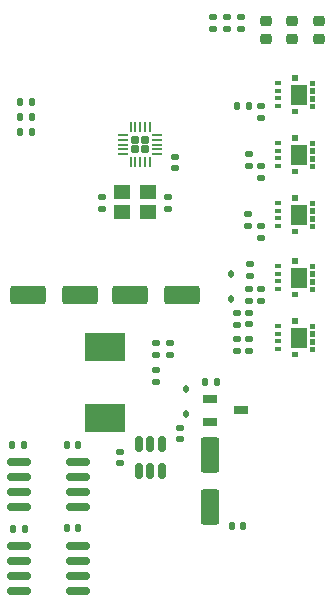
<source format=gbr>
%TF.GenerationSoftware,KiCad,Pcbnew,(7.0.0)*%
%TF.CreationDate,2023-03-11T20:41:09+01:00*%
%TF.ProjectId,StripController,53747269-7043-46f6-9e74-726f6c6c6572,rev?*%
%TF.SameCoordinates,Original*%
%TF.FileFunction,Paste,Top*%
%TF.FilePolarity,Positive*%
%FSLAX46Y46*%
G04 Gerber Fmt 4.6, Leading zero omitted, Abs format (unit mm)*
G04 Created by KiCad (PCBNEW (7.0.0)) date 2023-03-11 20:41:09*
%MOMM*%
%LPD*%
G01*
G04 APERTURE LIST*
G04 Aperture macros list*
%AMRoundRect*
0 Rectangle with rounded corners*
0 $1 Rounding radius*
0 $2 $3 $4 $5 $6 $7 $8 $9 X,Y pos of 4 corners*
0 Add a 4 corners polygon primitive as box body*
4,1,4,$2,$3,$4,$5,$6,$7,$8,$9,$2,$3,0*
0 Add four circle primitives for the rounded corners*
1,1,$1+$1,$2,$3*
1,1,$1+$1,$4,$5*
1,1,$1+$1,$6,$7*
1,1,$1+$1,$8,$9*
0 Add four rect primitives between the rounded corners*
20,1,$1+$1,$2,$3,$4,$5,0*
20,1,$1+$1,$4,$5,$6,$7,0*
20,1,$1+$1,$6,$7,$8,$9,0*
20,1,$1+$1,$8,$9,$2,$3,0*%
G04 Aperture macros list end*
%ADD10C,0.010000*%
%ADD11RoundRect,0.135000X-0.135000X-0.185000X0.135000X-0.185000X0.135000X0.185000X-0.135000X0.185000X0*%
%ADD12RoundRect,0.135000X0.185000X-0.135000X0.185000X0.135000X-0.185000X0.135000X-0.185000X-0.135000X0*%
%ADD13RoundRect,0.150000X0.150000X-0.512500X0.150000X0.512500X-0.150000X0.512500X-0.150000X-0.512500X0*%
%ADD14RoundRect,0.135000X-0.185000X0.135000X-0.185000X-0.135000X0.185000X-0.135000X0.185000X0.135000X0*%
%ADD15RoundRect,0.140000X0.170000X-0.140000X0.170000X0.140000X-0.170000X0.140000X-0.170000X-0.140000X0*%
%ADD16RoundRect,0.135000X0.135000X0.185000X-0.135000X0.185000X-0.135000X-0.185000X0.135000X-0.185000X0*%
%ADD17R,1.220000X0.650000*%
%ADD18R,0.500000X0.350000*%
%ADD19RoundRect,0.112500X0.112500X-0.187500X0.112500X0.187500X-0.112500X0.187500X-0.112500X-0.187500X0*%
%ADD20R,3.500000X2.350000*%
%ADD21RoundRect,0.140000X-0.170000X0.140000X-0.170000X-0.140000X0.170000X-0.140000X0.170000X0.140000X0*%
%ADD22RoundRect,0.218750X-0.256250X0.218750X-0.256250X-0.218750X0.256250X-0.218750X0.256250X0.218750X0*%
%ADD23RoundRect,0.250000X-0.550000X1.250000X-0.550000X-1.250000X0.550000X-1.250000X0.550000X1.250000X0*%
%ADD24RoundRect,0.147500X0.147500X0.172500X-0.147500X0.172500X-0.147500X-0.172500X0.147500X-0.172500X0*%
%ADD25RoundRect,0.150000X-0.825000X-0.150000X0.825000X-0.150000X0.825000X0.150000X-0.825000X0.150000X0*%
%ADD26RoundRect,0.140000X0.140000X0.170000X-0.140000X0.170000X-0.140000X-0.170000X0.140000X-0.170000X0*%
%ADD27RoundRect,0.250000X-1.250000X-0.550000X1.250000X-0.550000X1.250000X0.550000X-1.250000X0.550000X0*%
%ADD28R,1.400000X1.200000*%
%ADD29RoundRect,0.172500X0.172500X-0.172500X0.172500X0.172500X-0.172500X0.172500X-0.172500X-0.172500X0*%
%ADD30RoundRect,0.050000X0.050000X-0.375000X0.050000X0.375000X-0.050000X0.375000X-0.050000X-0.375000X0*%
%ADD31RoundRect,0.050000X0.375000X-0.050000X0.375000X0.050000X-0.375000X0.050000X-0.375000X-0.050000X0*%
%ADD32RoundRect,0.250000X1.250000X0.550000X-1.250000X0.550000X-1.250000X-0.550000X1.250000X-0.550000X0*%
G04 APERTURE END LIST*
%TO.C,Q1*%
G36*
X26893000Y44945000D02*
G01*
X25643000Y44945000D01*
X25643000Y46495000D01*
X26893000Y46495000D01*
X26893000Y44945000D01*
G37*
D10*
X26893000Y44945000D02*
X25643000Y44945000D01*
X25643000Y46495000D01*
X26893000Y46495000D01*
X26893000Y44945000D01*
G36*
X26123000Y46950000D02*
G01*
X25693000Y46950000D01*
X25693000Y47325000D01*
X26123000Y47325000D01*
X26123000Y46950000D01*
G37*
X26123000Y46950000D02*
X25693000Y46950000D01*
X25693000Y47325000D01*
X26123000Y47325000D01*
X26123000Y46950000D01*
G36*
X26123000Y44115000D02*
G01*
X25693000Y44115000D01*
X25693000Y44490000D01*
X26123000Y44490000D01*
X26123000Y44115000D01*
G37*
X26123000Y44115000D02*
X25693000Y44115000D01*
X25693000Y44490000D01*
X26123000Y44490000D01*
X26123000Y44115000D01*
G36*
X27558000Y46495000D02*
G01*
X27263000Y46495000D01*
X27263000Y46895000D01*
X27558000Y46895000D01*
X27558000Y46495000D01*
G37*
X27558000Y46495000D02*
X27263000Y46495000D01*
X27263000Y46895000D01*
X27558000Y46895000D01*
X27558000Y46495000D01*
G36*
X27558000Y45845000D02*
G01*
X27263000Y45845000D01*
X27263000Y46245000D01*
X27558000Y46245000D01*
X27558000Y45845000D01*
G37*
X27558000Y45845000D02*
X27263000Y45845000D01*
X27263000Y46245000D01*
X27558000Y46245000D01*
X27558000Y45845000D01*
G36*
X27558000Y45195000D02*
G01*
X27263000Y45195000D01*
X27263000Y45595000D01*
X27558000Y45595000D01*
X27558000Y45195000D01*
G37*
X27558000Y45195000D02*
X27263000Y45195000D01*
X27263000Y45595000D01*
X27558000Y45595000D01*
X27558000Y45195000D01*
G36*
X27558000Y44545000D02*
G01*
X27263000Y44545000D01*
X27263000Y44945000D01*
X27558000Y44945000D01*
X27558000Y44545000D01*
G37*
X27558000Y44545000D02*
X27263000Y44545000D01*
X27263000Y44945000D01*
X27558000Y44945000D01*
X27558000Y44545000D01*
%TO.C,Q2*%
G36*
X26893000Y29451000D02*
G01*
X25643000Y29451000D01*
X25643000Y31001000D01*
X26893000Y31001000D01*
X26893000Y29451000D01*
G37*
X26893000Y29451000D02*
X25643000Y29451000D01*
X25643000Y31001000D01*
X26893000Y31001000D01*
X26893000Y29451000D01*
G36*
X26123000Y31456000D02*
G01*
X25693000Y31456000D01*
X25693000Y31831000D01*
X26123000Y31831000D01*
X26123000Y31456000D01*
G37*
X26123000Y31456000D02*
X25693000Y31456000D01*
X25693000Y31831000D01*
X26123000Y31831000D01*
X26123000Y31456000D01*
G36*
X26123000Y28621000D02*
G01*
X25693000Y28621000D01*
X25693000Y28996000D01*
X26123000Y28996000D01*
X26123000Y28621000D01*
G37*
X26123000Y28621000D02*
X25693000Y28621000D01*
X25693000Y28996000D01*
X26123000Y28996000D01*
X26123000Y28621000D01*
G36*
X27558000Y31001000D02*
G01*
X27263000Y31001000D01*
X27263000Y31401000D01*
X27558000Y31401000D01*
X27558000Y31001000D01*
G37*
X27558000Y31001000D02*
X27263000Y31001000D01*
X27263000Y31401000D01*
X27558000Y31401000D01*
X27558000Y31001000D01*
G36*
X27558000Y30351000D02*
G01*
X27263000Y30351000D01*
X27263000Y30751000D01*
X27558000Y30751000D01*
X27558000Y30351000D01*
G37*
X27558000Y30351000D02*
X27263000Y30351000D01*
X27263000Y30751000D01*
X27558000Y30751000D01*
X27558000Y30351000D01*
G36*
X27558000Y29701000D02*
G01*
X27263000Y29701000D01*
X27263000Y30101000D01*
X27558000Y30101000D01*
X27558000Y29701000D01*
G37*
X27558000Y29701000D02*
X27263000Y29701000D01*
X27263000Y30101000D01*
X27558000Y30101000D01*
X27558000Y29701000D01*
G36*
X27558000Y29051000D02*
G01*
X27263000Y29051000D01*
X27263000Y29451000D01*
X27558000Y29451000D01*
X27558000Y29051000D01*
G37*
X27558000Y29051000D02*
X27263000Y29051000D01*
X27263000Y29451000D01*
X27558000Y29451000D01*
X27558000Y29051000D01*
%TO.C,Q5*%
G36*
X26893000Y50025000D02*
G01*
X25643000Y50025000D01*
X25643000Y51575000D01*
X26893000Y51575000D01*
X26893000Y50025000D01*
G37*
X26893000Y50025000D02*
X25643000Y50025000D01*
X25643000Y51575000D01*
X26893000Y51575000D01*
X26893000Y50025000D01*
G36*
X26123000Y52030000D02*
G01*
X25693000Y52030000D01*
X25693000Y52405000D01*
X26123000Y52405000D01*
X26123000Y52030000D01*
G37*
X26123000Y52030000D02*
X25693000Y52030000D01*
X25693000Y52405000D01*
X26123000Y52405000D01*
X26123000Y52030000D01*
G36*
X26123000Y49195000D02*
G01*
X25693000Y49195000D01*
X25693000Y49570000D01*
X26123000Y49570000D01*
X26123000Y49195000D01*
G37*
X26123000Y49195000D02*
X25693000Y49195000D01*
X25693000Y49570000D01*
X26123000Y49570000D01*
X26123000Y49195000D01*
G36*
X27558000Y51575000D02*
G01*
X27263000Y51575000D01*
X27263000Y51975000D01*
X27558000Y51975000D01*
X27558000Y51575000D01*
G37*
X27558000Y51575000D02*
X27263000Y51575000D01*
X27263000Y51975000D01*
X27558000Y51975000D01*
X27558000Y51575000D01*
G36*
X27558000Y50925000D02*
G01*
X27263000Y50925000D01*
X27263000Y51325000D01*
X27558000Y51325000D01*
X27558000Y50925000D01*
G37*
X27558000Y50925000D02*
X27263000Y50925000D01*
X27263000Y51325000D01*
X27558000Y51325000D01*
X27558000Y50925000D01*
G36*
X27558000Y50275000D02*
G01*
X27263000Y50275000D01*
X27263000Y50675000D01*
X27558000Y50675000D01*
X27558000Y50275000D01*
G37*
X27558000Y50275000D02*
X27263000Y50275000D01*
X27263000Y50675000D01*
X27558000Y50675000D01*
X27558000Y50275000D01*
G36*
X27558000Y49625000D02*
G01*
X27263000Y49625000D01*
X27263000Y50025000D01*
X27558000Y50025000D01*
X27558000Y49625000D01*
G37*
X27558000Y49625000D02*
X27263000Y49625000D01*
X27263000Y50025000D01*
X27558000Y50025000D01*
X27558000Y49625000D01*
%TO.C,Q4*%
G36*
X26893000Y39865000D02*
G01*
X25643000Y39865000D01*
X25643000Y41415000D01*
X26893000Y41415000D01*
X26893000Y39865000D01*
G37*
X26893000Y39865000D02*
X25643000Y39865000D01*
X25643000Y41415000D01*
X26893000Y41415000D01*
X26893000Y39865000D01*
G36*
X26123000Y41870000D02*
G01*
X25693000Y41870000D01*
X25693000Y42245000D01*
X26123000Y42245000D01*
X26123000Y41870000D01*
G37*
X26123000Y41870000D02*
X25693000Y41870000D01*
X25693000Y42245000D01*
X26123000Y42245000D01*
X26123000Y41870000D01*
G36*
X26123000Y39035000D02*
G01*
X25693000Y39035000D01*
X25693000Y39410000D01*
X26123000Y39410000D01*
X26123000Y39035000D01*
G37*
X26123000Y39035000D02*
X25693000Y39035000D01*
X25693000Y39410000D01*
X26123000Y39410000D01*
X26123000Y39035000D01*
G36*
X27558000Y41415000D02*
G01*
X27263000Y41415000D01*
X27263000Y41815000D01*
X27558000Y41815000D01*
X27558000Y41415000D01*
G37*
X27558000Y41415000D02*
X27263000Y41415000D01*
X27263000Y41815000D01*
X27558000Y41815000D01*
X27558000Y41415000D01*
G36*
X27558000Y40765000D02*
G01*
X27263000Y40765000D01*
X27263000Y41165000D01*
X27558000Y41165000D01*
X27558000Y40765000D01*
G37*
X27558000Y40765000D02*
X27263000Y40765000D01*
X27263000Y41165000D01*
X27558000Y41165000D01*
X27558000Y40765000D01*
G36*
X27558000Y40115000D02*
G01*
X27263000Y40115000D01*
X27263000Y40515000D01*
X27558000Y40515000D01*
X27558000Y40115000D01*
G37*
X27558000Y40115000D02*
X27263000Y40115000D01*
X27263000Y40515000D01*
X27558000Y40515000D01*
X27558000Y40115000D01*
G36*
X27558000Y39465000D02*
G01*
X27263000Y39465000D01*
X27263000Y39865000D01*
X27558000Y39865000D01*
X27558000Y39465000D01*
G37*
X27558000Y39465000D02*
X27263000Y39465000D01*
X27263000Y39865000D01*
X27558000Y39865000D01*
X27558000Y39465000D01*
%TO.C,Q3*%
G36*
X26893000Y34531000D02*
G01*
X25643000Y34531000D01*
X25643000Y36081000D01*
X26893000Y36081000D01*
X26893000Y34531000D01*
G37*
X26893000Y34531000D02*
X25643000Y34531000D01*
X25643000Y36081000D01*
X26893000Y36081000D01*
X26893000Y34531000D01*
G36*
X26123000Y36536000D02*
G01*
X25693000Y36536000D01*
X25693000Y36911000D01*
X26123000Y36911000D01*
X26123000Y36536000D01*
G37*
X26123000Y36536000D02*
X25693000Y36536000D01*
X25693000Y36911000D01*
X26123000Y36911000D01*
X26123000Y36536000D01*
G36*
X26123000Y33701000D02*
G01*
X25693000Y33701000D01*
X25693000Y34076000D01*
X26123000Y34076000D01*
X26123000Y33701000D01*
G37*
X26123000Y33701000D02*
X25693000Y33701000D01*
X25693000Y34076000D01*
X26123000Y34076000D01*
X26123000Y33701000D01*
G36*
X27558000Y36081000D02*
G01*
X27263000Y36081000D01*
X27263000Y36481000D01*
X27558000Y36481000D01*
X27558000Y36081000D01*
G37*
X27558000Y36081000D02*
X27263000Y36081000D01*
X27263000Y36481000D01*
X27558000Y36481000D01*
X27558000Y36081000D01*
G36*
X27558000Y35431000D02*
G01*
X27263000Y35431000D01*
X27263000Y35831000D01*
X27558000Y35831000D01*
X27558000Y35431000D01*
G37*
X27558000Y35431000D02*
X27263000Y35431000D01*
X27263000Y35831000D01*
X27558000Y35831000D01*
X27558000Y35431000D01*
G36*
X27558000Y34781000D02*
G01*
X27263000Y34781000D01*
X27263000Y35181000D01*
X27558000Y35181000D01*
X27558000Y34781000D01*
G37*
X27558000Y34781000D02*
X27263000Y34781000D01*
X27263000Y35181000D01*
X27558000Y35181000D01*
X27558000Y34781000D01*
G36*
X27558000Y34131000D02*
G01*
X27263000Y34131000D01*
X27263000Y34531000D01*
X27558000Y34531000D01*
X27558000Y34131000D01*
G37*
X27558000Y34131000D02*
X27263000Y34131000D01*
X27263000Y34531000D01*
X27558000Y34531000D01*
X27558000Y34131000D01*
%TD*%
D11*
%TO.C,R24*%
X21046600Y49788800D03*
X22066600Y49788800D03*
%TD*%
D12*
%TO.C,R18*%
X22098000Y33297400D03*
X22098000Y34317400D03*
%TD*%
D13*
%TO.C,IC1*%
X12766000Y21203500D03*
X13716000Y21203500D03*
X14666000Y21203500D03*
X14666000Y18928500D03*
X13716000Y18928500D03*
X12766000Y18928500D03*
%TD*%
D14*
%TO.C,R11*%
X21429600Y57336600D03*
X21429600Y56316600D03*
%TD*%
D15*
%TO.C,C10*%
X9644000Y41130000D03*
X9644000Y42090000D03*
%TD*%
D11*
%TO.C,R14*%
X2080800Y14046200D03*
X3100800Y14046200D03*
%TD*%
D12*
%TO.C,R10*%
X23114000Y48766000D03*
X23114000Y49786000D03*
%TD*%
D16*
%TO.C,TH1*%
X3700000Y48877800D03*
X2680000Y48877800D03*
%TD*%
D17*
%TO.C,Q6*%
X18799999Y24999999D03*
X18799999Y23099999D03*
X21419999Y24049999D03*
%TD*%
D18*
%TO.C,Q1*%
X24507999Y46694999D03*
X24507999Y46044999D03*
X24507999Y45394999D03*
X24507999Y44744999D03*
%TD*%
D12*
%TO.C,R2*%
X23114000Y43686000D03*
X23114000Y44706000D03*
%TD*%
D19*
%TO.C,D1*%
X16756000Y23770600D03*
X16756000Y25870600D03*
%TD*%
D15*
%TO.C,C4*%
X11176000Y19586000D03*
X11176000Y20546000D03*
%TD*%
D20*
%TO.C,L1*%
X9905999Y23390999D03*
X9905999Y29440999D03*
%TD*%
D18*
%TO.C,Q2*%
X24507999Y31200999D03*
X24507999Y30550999D03*
X24507999Y29900999D03*
X24507999Y29250999D03*
%TD*%
D21*
%TO.C,C8*%
X15798800Y45511600D03*
X15798800Y44551600D03*
%TD*%
D22*
%TO.C,D2*%
X23487000Y57053300D03*
X23487000Y55478300D03*
%TD*%
D18*
%TO.C,Q5*%
X24507999Y51774999D03*
X24507999Y51124999D03*
X24507999Y50474999D03*
X24507999Y49824999D03*
%TD*%
D11*
%TO.C,R19*%
X2680000Y50147800D03*
X3700000Y50147800D03*
%TD*%
D14*
%TO.C,R21*%
X22115400Y36481200D03*
X22115400Y35461200D03*
%TD*%
D23*
%TO.C,C3*%
X18796000Y20234000D03*
X18796000Y15834000D03*
%TD*%
D24*
%TO.C,F2*%
X21590000Y14224000D03*
X20620000Y14224000D03*
%TD*%
D14*
%TO.C,R20*%
X21023200Y30112600D03*
X21023200Y29092600D03*
%TD*%
D25*
%TO.C,U2*%
X2630400Y12573000D03*
X2630400Y11303000D03*
X2630400Y10033000D03*
X2630400Y8763000D03*
X7580400Y8763000D03*
X7580400Y10033000D03*
X7580400Y11303000D03*
X7580400Y12573000D03*
%TD*%
D26*
%TO.C,C13*%
X3670000Y47607800D03*
X2710000Y47607800D03*
%TD*%
D15*
%TO.C,C1*%
X16256000Y21618000D03*
X16256000Y22578000D03*
%TD*%
D12*
%TO.C,R6*%
X23114000Y33272000D03*
X23114000Y34292000D03*
%TD*%
%TO.C,R5*%
X14224000Y26414000D03*
X14224000Y27434000D03*
%TD*%
D26*
%TO.C,C2*%
X7592000Y14071600D03*
X6632000Y14071600D03*
%TD*%
D11*
%TO.C,R3*%
X18354200Y26420800D03*
X19374200Y26420800D03*
%TD*%
D14*
%TO.C,R8*%
X22098000Y30133200D03*
X22098000Y29113200D03*
%TD*%
D25*
%TO.C,U4*%
X2630400Y19685000D03*
X2630400Y18415000D03*
X2630400Y17145000D03*
X2630400Y15875000D03*
X7580400Y15875000D03*
X7580400Y17145000D03*
X7580400Y18415000D03*
X7580400Y19685000D03*
%TD*%
D26*
%TO.C,C5*%
X7617400Y21132800D03*
X6657400Y21132800D03*
%TD*%
D14*
%TO.C,R12*%
X20193800Y57336600D03*
X20193800Y56316600D03*
%TD*%
%TO.C,R22*%
X22013800Y40648800D03*
X22013800Y39628800D03*
%TD*%
%TO.C,R23*%
X22039200Y45726800D03*
X22039200Y44706800D03*
%TD*%
D18*
%TO.C,Q4*%
X24507999Y41614999D03*
X24507999Y40964999D03*
X24507999Y40314999D03*
X24507999Y39664999D03*
%TD*%
D22*
%TO.C,D3*%
X25738800Y57047100D03*
X25738800Y55472100D03*
%TD*%
D21*
%TO.C,C11*%
X15232000Y42090000D03*
X15232000Y41130000D03*
%TD*%
D22*
%TO.C,D4*%
X28008200Y57053300D03*
X28008200Y55478300D03*
%TD*%
D12*
%TO.C,R4*%
X14224000Y28700000D03*
X14224000Y29720000D03*
%TD*%
D27*
%TO.C,C9*%
X12024000Y33784000D03*
X16424000Y33784000D03*
%TD*%
D19*
%TO.C,D5*%
X20540600Y33498800D03*
X20540600Y35598800D03*
%TD*%
D21*
%TO.C,C6*%
X15392400Y29718000D03*
X15392400Y28758000D03*
%TD*%
D18*
%TO.C,Q3*%
X24507999Y36280999D03*
X24507999Y35630999D03*
X24507999Y34980999D03*
X24507999Y34330999D03*
%TD*%
D28*
%TO.C,Y2*%
X11337999Y40847999D03*
X13537999Y40847999D03*
X13537999Y42547999D03*
X11337999Y42547999D03*
%TD*%
D16*
%TO.C,R15*%
X2999200Y21132800D03*
X1979200Y21132800D03*
%TD*%
D12*
%TO.C,R9*%
X23114000Y38606000D03*
X23114000Y39626000D03*
%TD*%
D29*
%TO.C,IC2*%
X12446000Y46148000D03*
X13266000Y46148000D03*
X12446000Y46968000D03*
X13266000Y46968000D03*
D30*
X12056000Y45108000D03*
X12456000Y45108000D03*
X12856000Y45108000D03*
X13256000Y45108000D03*
X13656000Y45108000D03*
D31*
X14306000Y45758000D03*
X14306000Y46158000D03*
X14306000Y46558000D03*
X14306000Y46958000D03*
X14306000Y47358000D03*
D30*
X13656000Y48008000D03*
X13256000Y48008000D03*
X12856000Y48008000D03*
X12456000Y48008000D03*
X12056000Y48008000D03*
D31*
X11406000Y47358000D03*
X11406000Y46958000D03*
X11406000Y46558000D03*
X11406000Y46158000D03*
X11406000Y45758000D03*
%TD*%
D12*
%TO.C,R14*%
X21031200Y31290000D03*
X21031200Y32310000D03*
%TD*%
D32*
%TO.C,C7*%
X7788000Y33782000D03*
X3388000Y33782000D03*
%TD*%
D21*
%TO.C,C12*%
X22090000Y32311000D03*
X22090000Y31351000D03*
%TD*%
D14*
%TO.C,R13*%
X18991200Y57336600D03*
X18991200Y56316600D03*
%TD*%
M02*

</source>
